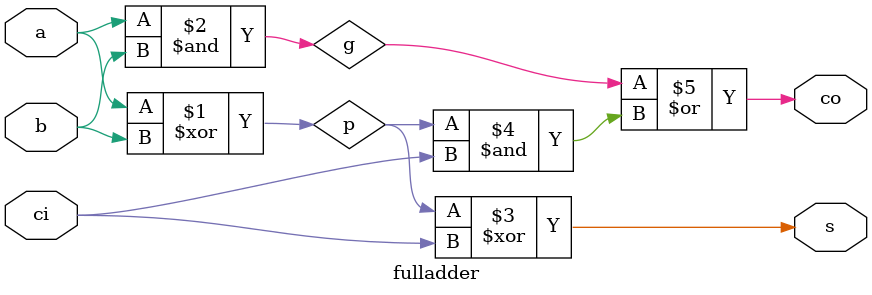
<source format=sv>
module fulladder
(
	input	logic	a,b,ci,
	output	logic	co,s
);
	wire	p,g;

	assign	p	=	a	^	b;
	assign	g	=	a	&	b;
	assign	s	=	p	^	ci;
	assign	co	=	g	|	(p	&	ci);
endmodule


</source>
